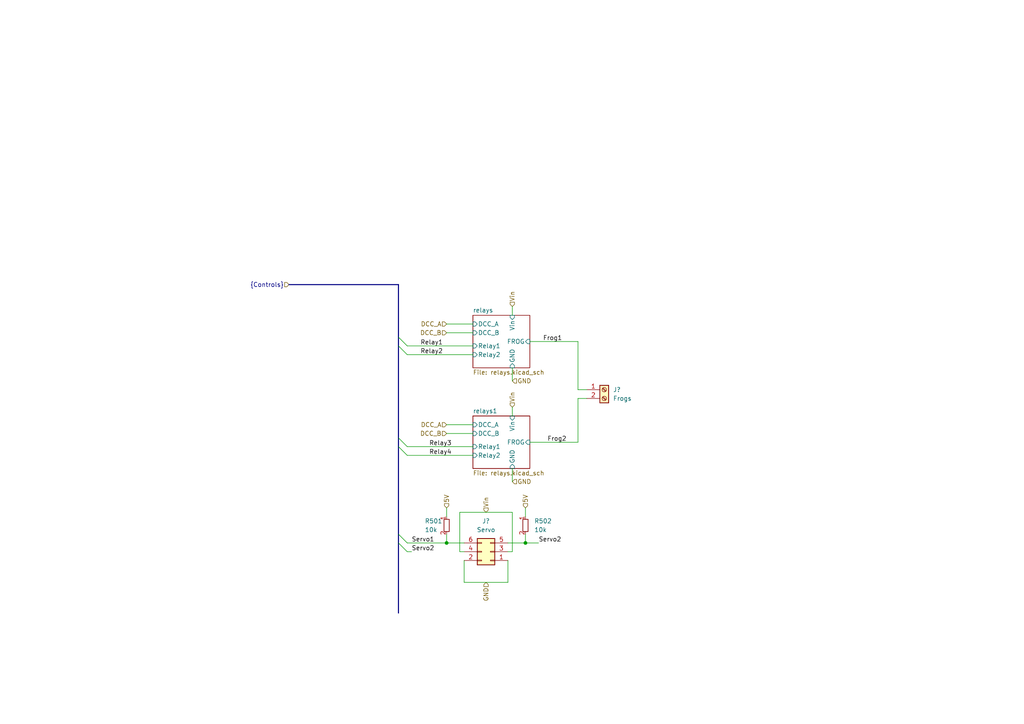
<source format=kicad_sch>
(kicad_sch (version 20230121) (generator eeschema)
  (paper "A4")
  (title_block (company "Train-Science"))
  (lib_symbols
    (symbol "Connector:Screw_Terminal_01x02" (pin_names (offset 1.016) hide)
      (property "Reference" "J" (at 0 2.54 0))
      (property "Value" "Screw_Terminal_01x02" (at 0 -5.08 0))
      (symbol "Screw_Terminal_01x02_1_1"
        (rectangle (start -1.27 1.27) (end 1.27 -3.81) (stroke (width 0.254)) (fill (type background)))
        (circle (center 0 -2.54) (radius 0.635) (stroke (width 0.1524)))
        (polyline (pts (xy -0.5334 -2.2098) (xy 0.3302 -3.048)) (stroke (width 0.1524)))
        (polyline (pts (xy -0.5334 0.3302) (xy 0.3302 -0.508)) (stroke (width 0.1524)))
        (polyline (pts (xy -0.3556 -2.032) (xy 0.508 -2.8702)) (stroke (width 0.1524)))
        (polyline (pts (xy -0.3556 0.508) (xy 0.508 -0.3302)) (stroke (width 0.1524)))
        (circle (center 0 0) (radius 0.635) (stroke (width 0.1524)))
        (pin passive line (at -5.08 0 0) (length 3.81) (name "Pin_1") (number "1"))
        (pin passive line (at -5.08 -2.54 0) (length 3.81) (name "Pin_2") (number "2"))
      )
    )
    (symbol "Connector_Generic:Conn_02x03_Odd_Even" (pin_names (offset 1.016) hide)
      (property "Reference" "J" (at 1.27 5.08 0))
      (property "Value" "Conn_02x03_Odd_Even" (at 1.27 -5.08 0))
      (symbol "Conn_02x03_Odd_Even_1_1"
        (rectangle (start -1.27 -2.413) (end 0 -2.667) (stroke (width 0.1524)))
        (rectangle (start -1.27 0.127) (end 0 -0.127) (stroke (width 0.1524)))
        (rectangle (start -1.27 2.667) (end 0 2.413) (stroke (width 0.1524)))
        (rectangle (start -1.27 3.81) (end 3.81 -3.81) (stroke (width 0.254)) (fill (type background)))
        (rectangle (start 3.81 -2.413) (end 2.54 -2.667) (stroke (width 0.1524)))
        (rectangle (start 3.81 0.127) (end 2.54 -0.127) (stroke (width 0.1524)))
        (rectangle (start 3.81 2.667) (end 2.54 2.413) (stroke (width 0.1524)))
        (pin passive line (at -5.08 2.54 0) (length 3.81) (name "Pin_1") (number "1"))
        (pin passive line (at 7.62 2.54 180) (length 3.81) (name "Pin_2") (number "2"))
        (pin passive line (at -5.08 0 0) (length 3.81) (name "Pin_3") (number "3"))
        (pin passive line (at 7.62 0 180) (length 3.81) (name "Pin_4") (number "4"))
        (pin passive line (at -5.08 -2.54 0) (length 3.81) (name "Pin_5") (number "5"))
        (pin passive line (at 7.62 -2.54 180) (length 3.81) (name "Pin_6") (number "6"))
      )
    )
    (symbol "resistors_0603:R_10k_0603"
      (property "Reference" "R" (at 1.27 2.54 0))
      (property "Value" "10k" (at 2.54 -2.54 0))
      (symbol "R_10k_0603_0_1"
        (rectangle (start -0.762 1.778) (end 0.762 -1.778) (stroke (width 0.2032)))
      )
      (symbol "R_10k_0603_1_1"
        (pin passive line (at 0 2.54 270) (length 0.762) (name "~") (number "1"))
        (pin passive line (at 0 -2.54 90) (length 0.762) (name "~") (number "2"))
      )
    )
  )
  (junction (at 152.4 157.48))
  (junction (at 129.54 157.48))
  (bus_entry (at 115.57 154.94) (size 2.54 2.54))
  (bus_entry (at 115.57 97.79) (size 2.54 2.54))
  (bus_entry (at 115.57 157.48) (size 2.54 2.54))
  (bus_entry (at 115.57 100.33) (size 2.54 2.54))
  (bus_entry (at 115.57 129.54) (size 2.54 2.54))
  (bus_entry (at 115.57 127) (size 2.54 2.54))
  (wire (pts (xy 118.11 132.08) (xy 137.16 132.08)))
  (bus (pts (xy 115.57 100.33) (xy 115.57 127)))
  (wire (pts (xy 148.59 106.68) (xy 148.59 110.49)))
  (wire (pts (xy 118.11 157.48) (xy 129.54 157.48)))
  (bus (pts (xy 115.57 154.94) (xy 115.57 157.48)))
  (wire (pts (xy 118.11 160.02) (xy 119.38 160.02)))
  (bus (pts (xy 115.57 82.55) (xy 115.57 97.79)))
  (wire (pts (xy 129.54 93.98) (xy 137.16 93.98)))
  (wire (pts (xy 129.54 123.19) (xy 137.16 123.19)))
  (wire (pts (xy 148.59 160.02) (xy 147.32 160.02)))
  (wire (pts (xy 129.54 154.94) (xy 129.54 157.48)))
  (wire (pts (xy 167.64 115.57) (xy 167.64 128.27)))
  (wire (pts (xy 147.32 168.91) (xy 147.32 162.56)))
  (wire (pts (xy 118.11 100.33) (xy 137.16 100.33)))
  (wire (pts (xy 134.62 168.91) (xy 147.32 168.91)))
  (wire (pts (xy 147.32 157.48) (xy 152.4 157.48)))
  (wire (pts (xy 152.4 157.48) (xy 156.21 157.48)))
  (wire (pts (xy 152.4 154.94) (xy 152.4 157.48)))
  (wire (pts (xy 134.62 160.02) (xy 133.35 160.02)))
  (wire (pts (xy 129.54 125.73) (xy 137.16 125.73)))
  (wire (pts (xy 167.64 113.03) (xy 170.18 113.03)))
  (wire (pts (xy 129.54 157.48) (xy 134.62 157.48)))
  (wire (pts (xy 133.35 148.59) (xy 148.59 148.59)))
  (wire (pts (xy 167.64 99.06) (xy 153.67 99.06)))
  (wire (pts (xy 167.64 128.27) (xy 153.67 128.27)))
  (wire (pts (xy 148.59 88.9) (xy 148.59 91.44)))
  (wire (pts (xy 118.11 102.87) (xy 137.16 102.87)))
  (wire (pts (xy 133.35 160.02) (xy 133.35 148.59)))
  (wire (pts (xy 148.59 148.59) (xy 148.59 160.02)))
  (wire (pts (xy 148.59 118.11) (xy 148.59 120.65)))
  (wire (pts (xy 152.4 147.32) (xy 152.4 149.86)))
  (bus (pts (xy 83.82 82.55) (xy 115.57 82.55)))
  (wire (pts (xy 118.11 129.54) (xy 137.16 129.54)))
  (wire (pts (xy 129.54 147.32) (xy 129.54 149.86)))
  (wire (pts (xy 167.64 115.57) (xy 170.18 115.57)))
  (wire (pts (xy 134.62 168.91) (xy 134.62 162.56)))
  (wire (pts (xy 148.59 135.89) (xy 148.59 139.7)))
  (bus (pts (xy 115.57 97.79) (xy 115.57 100.33)))
  (wire (pts (xy 129.54 96.52) (xy 137.16 96.52)))
  (bus (pts (xy 115.57 129.54) (xy 115.57 154.94)))
  (wire (pts (xy 167.64 113.03) (xy 167.64 99.06)))
  (bus (pts (xy 115.57 157.48) (xy 115.57 177.8)))
  (bus (pts (xy 115.57 127) (xy 115.57 129.54)))
  (label "Servo1" (at 119.38 157.48 0))
  (label "Servo2" (at 119.38 160.02 0))
  (label "Frog2" (at 158.75 128.27 0))
  (label "Servo2" (at 156.21 157.48 0))
  (label "Relay1" (at 121.92 100.33 0))
  (label "Relay4" (at 124.46 132.08 0))
  (label "Relay3" (at 124.46 129.54 0))
  (label "Frog1" (at 157.48 99.06 0))
  (label "Relay2" (at 121.92 102.87 0))
  (hierarchical_label "{Controls}" (shape input) (at 83.82 82.55 180))
  (hierarchical_label "GND" (shape input) (at 148.59 139.7 0))
  (hierarchical_label "5V" (shape input) (at 152.4 147.32 90))
  (hierarchical_label "GND" (shape input) (at 140.97 168.91 270))
  (hierarchical_label "Vin" (shape input) (at 148.59 118.11 90))
  (hierarchical_label "DCC_A" (shape input) (at 129.54 123.19 180))
  (hierarchical_label "DCC_B" (shape input) (at 129.54 96.52 180))
  (hierarchical_label "Vin" (shape input) (at 148.59 88.9 90))
  (hierarchical_label "Vin" (shape input) (at 140.97 148.59 90))
  (hierarchical_label "5V" (shape input) (at 129.54 147.32 90))
  (hierarchical_label "GND" (shape input) (at 148.59 110.49 0))
  (hierarchical_label "DCC_A" (shape input) (at 129.54 93.98 180))
  (hierarchical_label "DCC_B" (shape input) (at 129.54 125.73 180))
  (symbol (lib_id "Connector:Screw_Terminal_01x02") (at 175.26 113.03 0) (unit 1)
    (property "Reference" "J?" (at 177.8 113.03 0) (effects (justify left)))
    (property "Value" "Frogs" (at 177.8 115.57 0) (effects (justify left)))
    (property "Footprint" "TerminalBlock_Phoenix:TerminalBlock_Phoenix_MKDS-1,5-2-5.08_1x02_P5.08mm_Horizontal" (effects hide))
    (instances (project "OS-ServoDriver" (path "" (reference "J?") (unit 1)) (path "" (reference "J502") (unit 1)) (path "" (reference "J702") (unit 1))))
  )
  (symbol (lib_id "Connector_Generic:Conn_02x03_Odd_Even") (at 142.24 160.02 180) (unit 1)
    (property "Reference" "J?" (at 140.97 151.13 0))
    (property "Value" "Servo" (at 140.97 153.67 0))
    (property "Footprint" "Connector_PinHeader_2.54mm:PinHeader_2x03_P2.54mm_Vertical" (effects hide))
    (instances (project "OS-ServoDriver" (path "" (reference "J?") (unit 1)) (path "" (reference "J501") (unit 1)) (path "" (reference "J701") (unit 1))))
  )
  (symbol (lib_id "resistors_0603:R_10k_0603") (at 129.54 152.4 0) (unit 1)
    (property "Reference" "R501" (at 123.19 151.13 0) (effects (justify left)))
    (property "Value" "10k" (at 123.19 153.67 0) (effects (justify left)))
    (property "Footprint" "custom_kicad_lib_sk:R_0603_smalltext" (effects hide))
    (property "JLCPCB Part#" "C25804" (effects hide))
    (instances (project "OS-ServoDriver" (path "" (reference "R501") (unit 1)) (path "" (reference "R704") (unit 1))))
  )
  (symbol (lib_id "resistors_0603:R_10k_0603") (at 152.4 152.4 0) (unit 1)
    (property "Reference" "R502" (at 154.94 151.13 0) (effects (justify left)))
    (property "Value" "10k" (at 154.94 153.67 0) (effects (justify left)))
    (property "Footprint" "custom_kicad_lib_sk:R_0603_smalltext" (effects hide))
    (property "JLCPCB Part#" "C25804" (effects hide))
    (instances (project "OS-ServoDriver" (path "" (reference "R502") (unit 1)) (path "" (reference "R705") (unit 1))))
  )
  (sheet (at 137.16 120.65) (size 16.51 15.24) (stroke (width 0.1524))
    (property "Sheetname" "relays1" (at 137.16 119.9384 0) (effects (justify left bottom)))
    (property "Sheetfile" "relays.kicad_sch" (at 137.16 136.4746 0) (effects (justify left top)))
    (pin "DCC_A" input (at 137.16 123.19 180))
    (pin "Relay1" input (at 137.16 129.54 180))
    (pin "Vin" input (at 148.59 120.65 90))
    (pin "FROG" input (at 153.67 128.27 0))
    (pin "DCC_B" input (at 137.16 125.73 180))
    (pin "GND" input (at 148.59 135.89 270))
    (pin "Relay2" input (at 137.16 132.08 180))
  )
  (sheet (at 137.16 91.44) (size 16.51 15.24) (stroke (width 0.1524))
    (property "Sheetname" "relays" (at 137.16 90.7284 0) (effects (justify left bottom)))
    (property "Sheetfile" "relays.kicad_sch" (at 137.16 107.2646 0) (effects (justify left top)))
    (pin "DCC_A" input (at 137.16 93.98 180))
    (pin "Relay1" input (at 137.16 100.33 180))
    (pin "Vin" input (at 148.59 91.44 90))
    (pin "FROG" input (at 153.67 99.06 0))
    (pin "DCC_B" input (at 137.16 96.52 180))
    (pin "GND" input (at 148.59 106.68 270))
    (pin "Relay2" input (at 137.16 102.87 180))
  )
)
</source>
